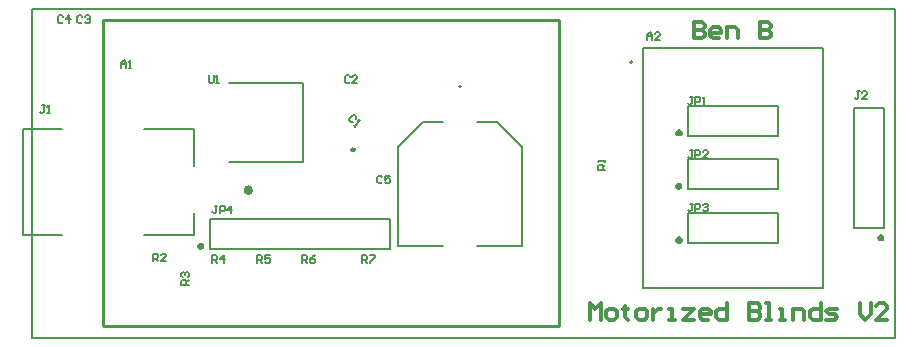
<source format=gto>
G04 Layer_Color=65535*
%FSLAX24Y24*%
%MOIN*%
G70*
G01*
G75*
%ADD21C,0.0050*%
%ADD32C,0.0079*%
%ADD33C,0.0118*%
%ADD34C,0.0157*%
%ADD35C,0.0100*%
%ADD36C,0.0080*%
G36*
X31620Y13365D02*
X31653Y13331D01*
X31671Y13288D01*
Y13264D01*
Y13241D01*
X31653Y13198D01*
X31620Y13164D01*
X31577Y13146D01*
X31530D01*
X31486Y13164D01*
X31453Y13198D01*
X31435Y13241D01*
Y13264D01*
Y13288D01*
X31453Y13331D01*
X31486Y13365D01*
X31530Y13383D01*
X31577D01*
X31620Y13365D01*
D02*
G37*
G36*
X15677Y13160D02*
X15710Y13127D01*
X15728Y13083D01*
Y13060D01*
Y13036D01*
X15710Y12993D01*
X15677Y12960D01*
X15634Y12942D01*
X15587D01*
X15543Y12960D01*
X15510Y12993D01*
X15492Y13036D01*
Y13060D01*
Y13083D01*
X15510Y13127D01*
X15543Y13160D01*
X15587Y13178D01*
X15634D01*
X15677Y13160D01*
D02*
G37*
G36*
X38346Y13445D02*
X38379Y13411D01*
X38397Y13368D01*
Y13321D01*
X38379Y13278D01*
X38346Y13244D01*
X38302Y13226D01*
X38255D01*
X38212Y13244D01*
X38179Y13278D01*
X38161Y13321D01*
Y13368D01*
X38179Y13411D01*
X38212Y13445D01*
X38255Y13463D01*
X38302D01*
X38346Y13445D01*
D02*
G37*
G36*
X31620Y16939D02*
X31653Y16906D01*
X31671Y16863D01*
Y16839D01*
Y16816D01*
X31653Y16772D01*
X31620Y16739D01*
X31577Y16721D01*
X31530D01*
X31486Y16739D01*
X31453Y16772D01*
X31435Y16816D01*
Y16839D01*
Y16863D01*
X31453Y16906D01*
X31486Y16939D01*
X31530Y16957D01*
X31577D01*
X31620Y16939D01*
D02*
G37*
G36*
X31604Y15152D02*
X31637Y15119D01*
X31655Y15075D01*
Y15052D01*
Y15028D01*
X31637Y14985D01*
X31604Y14952D01*
X31561Y14934D01*
X31514D01*
X31470Y14952D01*
X31437Y14985D01*
X31419Y15028D01*
Y15052D01*
Y15075D01*
X31437Y15119D01*
X31470Y15152D01*
X31514Y15170D01*
X31561D01*
X31604Y15152D01*
D02*
G37*
D21*
X30346Y19654D02*
X36346D01*
X30346Y11654D02*
Y19654D01*
X36346Y11654D02*
Y19654D01*
X30346Y11654D02*
X36346D01*
X26323Y13067D02*
Y16374D01*
X22189Y13067D02*
Y16374D01*
X25496Y17201D02*
X26323Y16374D01*
X22189D02*
X23016Y17201D01*
X23689D01*
X24823D02*
X25496D01*
X22189Y13067D02*
X23689D01*
X24823D02*
X26323D01*
X19007Y15858D02*
Y18512D01*
X16558D02*
X19007D01*
X16558Y15858D02*
X19007D01*
X13709Y13421D02*
X15382D01*
X9673D02*
X10992D01*
X15382D02*
Y14150D01*
Y15724D02*
Y16965D01*
X13709D02*
X15382D01*
X9673D02*
X10992D01*
X9673Y13421D02*
Y16965D01*
X38740Y10000D02*
Y20960D01*
X10000Y10000D02*
X38740D01*
X10000Y20960D02*
X38740D01*
X10000Y10000D02*
Y20960D01*
D32*
X30000Y19197D02*
G03*
X30000Y19197I-39J0D01*
G01*
X24295Y18390D02*
G03*
X24295Y18390I-39J0D01*
G01*
X15919Y12965D02*
X21919D01*
X15919D02*
Y13965D01*
X21919D01*
Y12965D02*
Y13965D01*
X38374Y13654D02*
Y17654D01*
X37374Y13654D02*
X38374D01*
X37374D02*
Y17654D01*
X38374D01*
X34862Y16744D02*
Y17744D01*
X31862D02*
X34862D01*
X31862Y16744D02*
Y17744D01*
Y16744D02*
X34862D01*
X34846Y14957D02*
Y15957D01*
X31846D02*
X34846D01*
X31846Y14957D02*
Y15957D01*
Y14957D02*
X34846D01*
X34862Y13169D02*
Y14169D01*
X31862D02*
X34862D01*
X31862Y13169D02*
Y14169D01*
Y13169D02*
X34862D01*
D33*
X20728Y16280D02*
G03*
X20728Y16280I-39J0D01*
G01*
X32047Y20535D02*
Y19984D01*
X32323D01*
X32415Y20076D01*
Y20168D01*
X32323Y20260D01*
X32047D01*
X32323D01*
X32415Y20352D01*
Y20443D01*
X32323Y20535D01*
X32047D01*
X32874Y19984D02*
X32690D01*
X32598Y20076D01*
Y20260D01*
X32690Y20352D01*
X32874D01*
X32966Y20260D01*
Y20168D01*
X32598D01*
X33149Y19984D02*
Y20352D01*
X33425D01*
X33517Y20260D01*
Y19984D01*
X34251Y20535D02*
Y19984D01*
X34527D01*
X34619Y20076D01*
Y20168D01*
X34527Y20260D01*
X34251D01*
X34527D01*
X34619Y20352D01*
Y20443D01*
X34527Y20535D01*
X34251D01*
X28570Y10609D02*
Y11160D01*
X28754Y10976D01*
X28937Y11160D01*
Y10609D01*
X29213D02*
X29397D01*
X29488Y10701D01*
Y10884D01*
X29397Y10976D01*
X29213D01*
X29121Y10884D01*
Y10701D01*
X29213Y10609D01*
X29764Y11068D02*
Y10976D01*
X29672D01*
X29856D01*
X29764D01*
Y10701D01*
X29856Y10609D01*
X30223D02*
X30407D01*
X30499Y10701D01*
Y10884D01*
X30407Y10976D01*
X30223D01*
X30131Y10884D01*
Y10701D01*
X30223Y10609D01*
X30682Y10976D02*
Y10609D01*
Y10792D01*
X30774Y10884D01*
X30866Y10976D01*
X30958D01*
X31233Y10609D02*
X31417D01*
X31325D01*
Y10976D01*
X31233D01*
X31692D02*
X32060D01*
X31692Y10609D01*
X32060D01*
X32519D02*
X32335D01*
X32243Y10701D01*
Y10884D01*
X32335Y10976D01*
X32519D01*
X32611Y10884D01*
Y10792D01*
X32243D01*
X33162Y11160D02*
Y10609D01*
X32886D01*
X32794Y10701D01*
Y10884D01*
X32886Y10976D01*
X33162D01*
X33896Y11160D02*
Y10609D01*
X34172D01*
X34264Y10701D01*
Y10792D01*
X34172Y10884D01*
X33896D01*
X34172D01*
X34264Y10976D01*
Y11068D01*
X34172Y11160D01*
X33896D01*
X34447Y10609D02*
X34631D01*
X34539D01*
Y11160D01*
X34447D01*
X34907Y10609D02*
X35090D01*
X34998D01*
Y10976D01*
X34907D01*
X35366Y10609D02*
Y10976D01*
X35641D01*
X35733Y10884D01*
Y10609D01*
X36284Y11160D02*
Y10609D01*
X36009D01*
X35917Y10701D01*
Y10884D01*
X36009Y10976D01*
X36284D01*
X36468Y10609D02*
X36743D01*
X36835Y10701D01*
X36743Y10792D01*
X36560D01*
X36468Y10884D01*
X36560Y10976D01*
X36835D01*
X37570Y11160D02*
Y10792D01*
X37753Y10609D01*
X37937Y10792D01*
Y11160D01*
X38488Y10609D02*
X38121D01*
X38488Y10976D01*
Y11068D01*
X38396Y11160D01*
X38213D01*
X38121Y11068D01*
D34*
X17275Y14925D02*
G03*
X17275Y14925I-79J0D01*
G01*
D35*
X12361Y10384D02*
Y20584D01*
X27561Y10384D02*
Y20584D01*
X12361Y10384D02*
X27561D01*
X12361Y20584D02*
X27561D01*
D36*
X14035Y12559D02*
Y12809D01*
X14160D01*
X14202Y12767D01*
Y12684D01*
X14160Y12642D01*
X14035D01*
X14119D02*
X14202Y12559D01*
X14452D02*
X14285D01*
X14452Y12726D01*
Y12767D01*
X14410Y12809D01*
X14327D01*
X14285Y12767D01*
X15217Y11772D02*
X14967D01*
Y11897D01*
X15008Y11938D01*
X15092D01*
X15133Y11897D01*
Y11772D01*
Y11855D02*
X15217Y11938D01*
X15008Y12022D02*
X14967Y12063D01*
Y12147D01*
X15008Y12188D01*
X15050D01*
X15092Y12147D01*
Y12105D01*
Y12147D01*
X15133Y12188D01*
X15175D01*
X15217Y12147D01*
Y12063D01*
X15175Y12022D01*
X21000Y12500D02*
Y12750D01*
X21125D01*
X21167Y12708D01*
Y12625D01*
X21125Y12583D01*
X21000D01*
X21083D02*
X21167Y12500D01*
X21250Y12750D02*
X21417D01*
Y12708D01*
X21250Y12542D01*
Y12500D01*
X19000D02*
Y12750D01*
X19125D01*
X19167Y12708D01*
Y12625D01*
X19125Y12583D01*
X19000D01*
X19083D02*
X19167Y12500D01*
X19417Y12750D02*
X19333Y12708D01*
X19250Y12625D01*
Y12542D01*
X19292Y12500D01*
X19375D01*
X19417Y12542D01*
Y12583D01*
X19375Y12625D01*
X19250D01*
X17500Y12500D02*
Y12750D01*
X17625D01*
X17667Y12708D01*
Y12625D01*
X17625Y12583D01*
X17500D01*
X17583D02*
X17667Y12500D01*
X17917Y12750D02*
X17750D01*
Y12625D01*
X17833Y12667D01*
X17875D01*
X17917Y12625D01*
Y12542D01*
X17875Y12500D01*
X17792D01*
X17750Y12542D01*
X16000Y12500D02*
Y12750D01*
X16125D01*
X16167Y12708D01*
Y12625D01*
X16125Y12583D01*
X16000D01*
X16083D02*
X16167Y12500D01*
X16375D02*
Y12750D01*
X16250Y12625D01*
X16417D01*
X16167Y14403D02*
X16083D01*
X16125D01*
Y14195D01*
X16083Y14154D01*
X16042D01*
X16000Y14195D01*
X16250Y14154D02*
Y14403D01*
X16375D01*
X16417Y14362D01*
Y14279D01*
X16375Y14237D01*
X16250D01*
X16625Y14154D02*
Y14403D01*
X16500Y14279D01*
X16666D01*
X11667Y20708D02*
X11625Y20750D01*
X11542D01*
X11500Y20708D01*
Y20542D01*
X11542Y20500D01*
X11625D01*
X11667Y20542D01*
X11750Y20708D02*
X11792Y20750D01*
X11875D01*
X11917Y20708D01*
Y20667D01*
X11875Y20625D01*
X11833D01*
X11875D01*
X11917Y20583D01*
Y20542D01*
X11875Y20500D01*
X11792D01*
X11750Y20542D01*
X10417Y17750D02*
X10333D01*
X10375D01*
Y17542D01*
X10333Y17500D01*
X10292D01*
X10250Y17542D01*
X10500Y17500D02*
X10583D01*
X10542D01*
Y17750D01*
X10500Y17708D01*
X15874Y18750D02*
Y18542D01*
X15916Y18500D01*
X15999D01*
X16041Y18542D01*
Y18750D01*
X16124Y18500D02*
X16207D01*
X16166D01*
Y18750D01*
X16124Y18708D01*
X32017Y14482D02*
X31934D01*
X31975D01*
Y14274D01*
X31934Y14232D01*
X31892D01*
X31850Y14274D01*
X32100Y14232D02*
Y14482D01*
X32225D01*
X32267Y14441D01*
Y14357D01*
X32225Y14316D01*
X32100D01*
X32350Y14441D02*
X32392Y14482D01*
X32475D01*
X32517Y14441D01*
Y14399D01*
X32475Y14357D01*
X32434D01*
X32475D01*
X32517Y14316D01*
Y14274D01*
X32475Y14232D01*
X32392D01*
X32350Y14274D01*
X32017Y16254D02*
X31934D01*
X31975D01*
Y16046D01*
X31934Y16004D01*
X31892D01*
X31850Y16046D01*
X32100Y16004D02*
Y16254D01*
X32225D01*
X32267Y16212D01*
Y16129D01*
X32225Y16087D01*
X32100D01*
X32517Y16004D02*
X32350D01*
X32517Y16171D01*
Y16212D01*
X32475Y16254D01*
X32392D01*
X32350Y16212D01*
X32017Y18026D02*
X31934D01*
X31975D01*
Y17817D01*
X31934Y17776D01*
X31892D01*
X31850Y17817D01*
X32100Y17776D02*
Y18026D01*
X32225D01*
X32267Y17984D01*
Y17901D01*
X32225Y17859D01*
X32100D01*
X32350Y17776D02*
X32434D01*
X32392D01*
Y18026D01*
X32350Y17984D01*
X37577Y18220D02*
X37493D01*
X37535D01*
Y18012D01*
X37493Y17970D01*
X37452D01*
X37410Y18012D01*
X37827Y17970D02*
X37660D01*
X37827Y18137D01*
Y18178D01*
X37785Y18220D01*
X37702D01*
X37660Y18178D01*
X21663Y15362D02*
X21621Y15403D01*
X21538D01*
X21496Y15362D01*
Y15195D01*
X21538Y15154D01*
X21621D01*
X21663Y15195D01*
X21913Y15403D02*
X21746D01*
Y15279D01*
X21829Y15320D01*
X21871D01*
X21913Y15279D01*
Y15195D01*
X21871Y15154D01*
X21788D01*
X21746Y15195D01*
X11021Y20708D02*
X10979Y20750D01*
X10896D01*
X10854Y20708D01*
Y20542D01*
X10896Y20500D01*
X10979D01*
X11021Y20542D01*
X11229Y20500D02*
Y20750D01*
X11104Y20625D01*
X11271D01*
X20586Y18708D02*
X20544Y18750D01*
X20461D01*
X20419Y18708D01*
Y18542D01*
X20461Y18500D01*
X20544D01*
X20586Y18542D01*
X20836Y18500D02*
X20669D01*
X20836Y18667D01*
Y18708D01*
X20794Y18750D01*
X20711D01*
X20669Y18708D01*
X20797Y17313D02*
Y17372D01*
X20738Y17431D01*
X20679D01*
X20561Y17313D01*
Y17254D01*
X20620Y17195D01*
X20679D01*
X20708Y17107D02*
X20767Y17048D01*
X20738Y17077D01*
X20914Y17254D01*
X20855D01*
X30500Y19935D02*
Y20101D01*
X30583Y20185D01*
X30667Y20101D01*
Y19935D01*
Y20060D01*
X30500D01*
X30917Y19935D02*
X30750D01*
X30917Y20101D01*
Y20143D01*
X30875Y20185D01*
X30792D01*
X30750Y20143D01*
X29094Y15610D02*
X28845D01*
Y15735D01*
X28886Y15777D01*
X28970D01*
X29011Y15735D01*
Y15610D01*
Y15694D02*
X29094Y15777D01*
Y15860D02*
Y15943D01*
Y15902D01*
X28845D01*
X28886Y15860D01*
X12961Y19000D02*
Y19167D01*
X13044Y19250D01*
X13127Y19167D01*
Y19000D01*
Y19125D01*
X12961D01*
X13211Y19000D02*
X13294D01*
X13252D01*
Y19250D01*
X13211Y19208D01*
M02*

</source>
